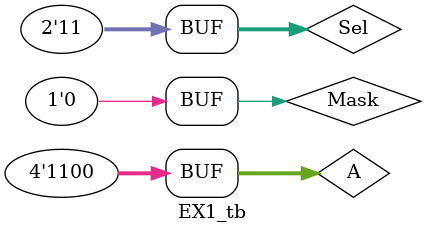
<source format=v>
`timescale 1ns / 1ps

module EX1_tb;
// Input
reg [3:0]A;
reg Mask;
reg [1:0]Sel;

// Output
wire P1;
wire O1;

// Instance
Parity parity(.A(A),.P1(P1));
MUX mux(.A(A),.O1(O1),.Mask(Mask),.Sel(Sel));

// Initial
initial begin
    A=4'b0001; Mask=1; Sel=2'b10;
    #80; A=4'b0001; Mask=1; Sel=2'b11;
    #80; A=4'b1100; Mask=0; Sel=2'b00;
    #80; A=4'b1110; Mask=0; Sel=2'b01;
    #80; A=4'b0011; Mask=0; Sel=2'b00;
    #80; A=4'b1010; Mask=1; Sel=2'b10;
    #80; A=4'b0001; Mask=1; Sel=2'b01;
    #80; A=4'b0110; Mask=1; Sel=2'b11;
    #80; A=4'b1101; Mask=0; Sel=2'b01;
    #80; A=4'b1100; Mask=0; Sel=2'b11;
end
endmodule
</source>
